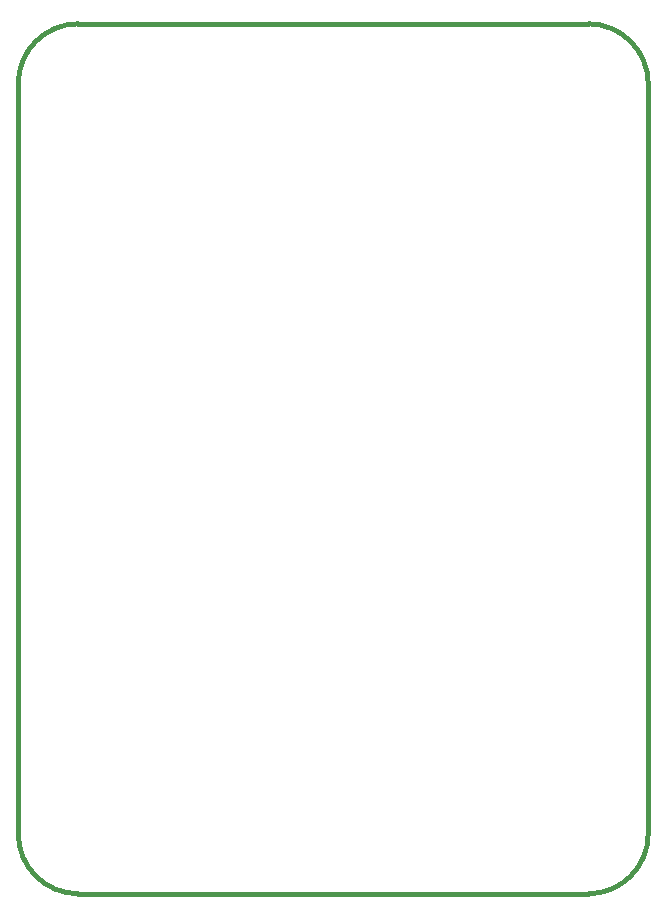
<source format=gm1>
%TF.GenerationSoftware,KiCad,Pcbnew,(5.0.1)-3*%
%TF.CreationDate,2018-11-22T17:32:38+01:00*%
%TF.ProjectId,S80 Processor,5338302050726F636573736F722E6B69,2.0*%
%TF.SameCoordinates,Original*%
%TF.FileFunction,Profile,NP*%
%FSLAX46Y46*%
G04 Gerber Fmt 4.6, Leading zero omitted, Abs format (unit mm)*
G04 Created by KiCad (PCBNEW (5.0.1)-3) date 22/11/2018 17:32:38*
%MOMM*%
%LPD*%
G01*
G04 APERTURE LIST*
%ADD10C,0.400000*%
G04 APERTURE END LIST*
D10*
X125730000Y-29210000D02*
X82550000Y-29210000D01*
X125730000Y-102870000D02*
X82550000Y-102870000D01*
X130810000Y-34290000D02*
X130810000Y-97790000D01*
X77470000Y-34290000D02*
X77470000Y-97790000D01*
X125730000Y-29210000D02*
G75*
G02X130810000Y-34290000I0J-5080000D01*
G01*
X130810000Y-97790000D02*
G75*
G02X125730000Y-102870000I-5080000J0D01*
G01*
X82550000Y-102870000D02*
G75*
G02X77470000Y-97790000I0J5080000D01*
G01*
X77470000Y-34290000D02*
G75*
G02X82550000Y-29210000I5080000J0D01*
G01*
M02*

</source>
